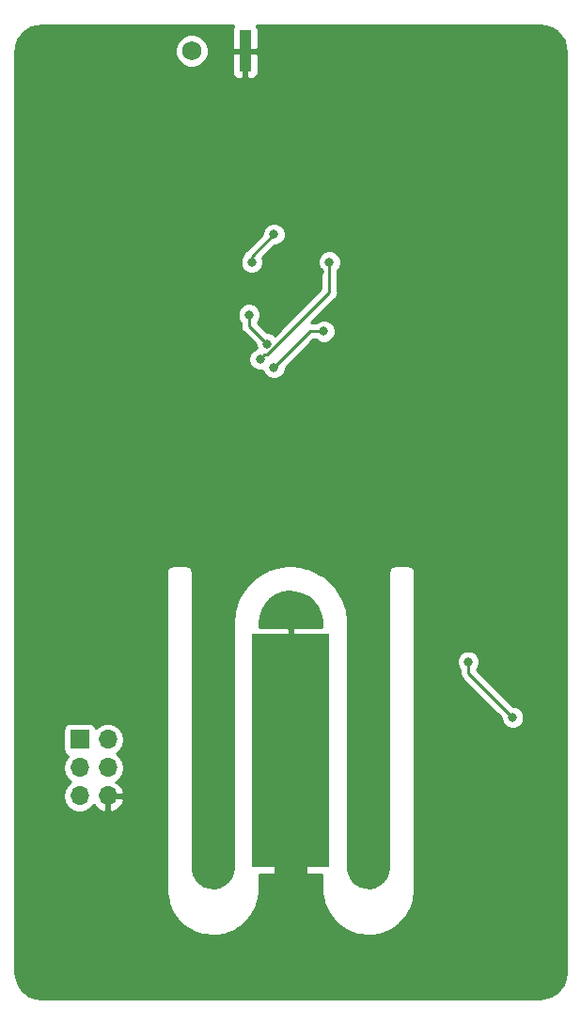
<source format=gbr>
G04 #@! TF.GenerationSoftware,KiCad,Pcbnew,(5.0.0-rc2-dev-668-g07e7340a9)*
G04 #@! TF.CreationDate,2018-12-11T18:12:05-05:00*
G04 #@! TF.ProjectId,BalancingBusinessCardLights,42616C616E63696E67427573696E6573,rev?*
G04 #@! TF.SameCoordinates,Original*
G04 #@! TF.FileFunction,Copper,L2,Bot,Signal*
G04 #@! TF.FilePolarity,Positive*
%FSLAX46Y46*%
G04 Gerber Fmt 4.6, Leading zero omitted, Abs format (unit mm)*
G04 Created by KiCad (PCBNEW (5.0.0-rc2-dev-668-g07e7340a9)) date 12/11/18 18:12:05*
%MOMM*%
%LPD*%
G01*
G04 APERTURE LIST*
%ADD10R,7.000000X21.000000*%
%ADD11O,1.700000X1.700000*%
%ADD12R,1.700000X1.700000*%
%ADD13C,1.750000*%
%ADD14R,1.100000X3.750000*%
%ADD15C,0.800000*%
%ADD16C,0.250000*%
%ADD17C,3.000000*%
%ADD18C,0.254000*%
G04 APERTURE END LIST*
D10*
X205500000Y-116000000D03*
D11*
X189040000Y-120080000D03*
X186500000Y-120080000D03*
X189040000Y-117540000D03*
X186500000Y-117540000D03*
X189040000Y-115000000D03*
D12*
X186500000Y-115000000D03*
D13*
X196600000Y-53000000D03*
D14*
X201400000Y-53000000D03*
D15*
X225500000Y-113000000D03*
X221500000Y-108000000D03*
X206500000Y-75000000D03*
X204500000Y-75000000D03*
X205500000Y-76000000D03*
X205500000Y-74000000D03*
X223500000Y-106250000D03*
X219000000Y-114000000D03*
X219000000Y-116000000D03*
X219000000Y-118000000D03*
X221000000Y-116000000D03*
X221000000Y-118000000D03*
X221000000Y-114000000D03*
X225000000Y-118000000D03*
X225000000Y-116000000D03*
X223000000Y-116000000D03*
X223000000Y-118000000D03*
X223000000Y-114000000D03*
X227000000Y-116000000D03*
X227000000Y-118000000D03*
X203500000Y-78000000D03*
X208157706Y-72921497D03*
X190000000Y-130000000D03*
X185500000Y-136000000D03*
X183225010Y-134500000D03*
X228500000Y-55500000D03*
X228500000Y-60500000D03*
X228500000Y-65500000D03*
X228500000Y-70500000D03*
X228500000Y-75500000D03*
X228500000Y-80500000D03*
X228500000Y-85500000D03*
X228500000Y-90500000D03*
X228500000Y-95500000D03*
X199000228Y-79500229D03*
X201750229Y-76750229D03*
X203362340Y-79362340D03*
X204000000Y-81500000D03*
X208500000Y-78250000D03*
X209000000Y-72000000D03*
X202750000Y-80750000D03*
X204000000Y-69500000D03*
X202012672Y-72012647D03*
D16*
X225500000Y-113000000D02*
X221500000Y-109000000D01*
X221500000Y-109000000D02*
X221500000Y-108000000D01*
D17*
X205500000Y-116000000D02*
X205500000Y-129500000D01*
D16*
X201750229Y-77750229D02*
X202962341Y-78962341D01*
X202962341Y-78962341D02*
X203362340Y-79362340D01*
X201750229Y-76750229D02*
X201750229Y-77750229D01*
X204000000Y-81500000D02*
X207250000Y-78250000D01*
X207250000Y-78250000D02*
X208500000Y-78250000D01*
X203149999Y-80350001D02*
X203399999Y-80350001D01*
X202750000Y-80750000D02*
X203149999Y-80350001D01*
X209000000Y-74750000D02*
X209000000Y-72000000D01*
X203399999Y-80350001D02*
X209000000Y-74750000D01*
X202012672Y-71487328D02*
X202012672Y-72012647D01*
X204000000Y-69500000D02*
X202012672Y-71487328D01*
D18*
G36*
X200311673Y-50765301D02*
X200215000Y-50998690D01*
X200215000Y-52714250D01*
X200373750Y-52873000D01*
X201273000Y-52873000D01*
X201273000Y-52853000D01*
X201527000Y-52853000D01*
X201527000Y-52873000D01*
X202426250Y-52873000D01*
X202585000Y-52714250D01*
X202585000Y-50998690D01*
X202488327Y-50765301D01*
X202433026Y-50710000D01*
X227958753Y-50710000D01*
X228525708Y-50776100D01*
X229023212Y-50956685D01*
X229465835Y-51246881D01*
X229829823Y-51631116D01*
X230095658Y-52088784D01*
X230251892Y-52604629D01*
X230290001Y-53031629D01*
X230290000Y-135958752D01*
X230223900Y-136525708D01*
X230043315Y-137023212D01*
X229753118Y-137465834D01*
X229368884Y-137829823D01*
X228911216Y-138095658D01*
X228395371Y-138251892D01*
X227968382Y-138290000D01*
X183041248Y-138290000D01*
X182474292Y-138223900D01*
X181976788Y-138043315D01*
X181534166Y-137753118D01*
X181170177Y-137368884D01*
X180904342Y-136911216D01*
X180748108Y-136395371D01*
X180710000Y-135968382D01*
X180710000Y-117540000D01*
X184985908Y-117540000D01*
X185101161Y-118119418D01*
X185429375Y-118610625D01*
X185727761Y-118810000D01*
X185429375Y-119009375D01*
X185101161Y-119500582D01*
X184985908Y-120080000D01*
X185101161Y-120659418D01*
X185429375Y-121150625D01*
X185920582Y-121478839D01*
X186353744Y-121565000D01*
X186646256Y-121565000D01*
X187079418Y-121478839D01*
X187570625Y-121150625D01*
X187771353Y-120850214D01*
X188158642Y-121275183D01*
X188683108Y-121521486D01*
X188913000Y-121400819D01*
X188913000Y-120207000D01*
X189167000Y-120207000D01*
X189167000Y-121400819D01*
X189396892Y-121521486D01*
X189921358Y-121275183D01*
X190311645Y-120846924D01*
X190481476Y-120436890D01*
X190360155Y-120207000D01*
X189167000Y-120207000D01*
X188913000Y-120207000D01*
X188893000Y-120207000D01*
X188893000Y-119953000D01*
X188913000Y-119953000D01*
X188913000Y-119933000D01*
X189167000Y-119933000D01*
X189167000Y-119953000D01*
X190360155Y-119953000D01*
X190481476Y-119723110D01*
X190311645Y-119313076D01*
X189921358Y-118884817D01*
X189791522Y-118823843D01*
X190110625Y-118610625D01*
X190438839Y-118119418D01*
X190554092Y-117540000D01*
X190438839Y-116960582D01*
X190110625Y-116469375D01*
X189812239Y-116270000D01*
X190110625Y-116070625D01*
X190438839Y-115579418D01*
X190554092Y-115000000D01*
X190438839Y-114420582D01*
X190110625Y-113929375D01*
X189619418Y-113601161D01*
X189186256Y-113515000D01*
X188893744Y-113515000D01*
X188460582Y-113601161D01*
X187969375Y-113929375D01*
X187957184Y-113947619D01*
X187948157Y-113902235D01*
X187807809Y-113692191D01*
X187597765Y-113551843D01*
X187350000Y-113502560D01*
X185650000Y-113502560D01*
X185402235Y-113551843D01*
X185192191Y-113692191D01*
X185051843Y-113902235D01*
X185002560Y-114150000D01*
X185002560Y-115850000D01*
X185051843Y-116097765D01*
X185192191Y-116307809D01*
X185402235Y-116448157D01*
X185447619Y-116457184D01*
X185429375Y-116469375D01*
X185101161Y-116960582D01*
X184985908Y-117540000D01*
X180710000Y-117540000D01*
X180710000Y-100000000D01*
X194301581Y-100000000D01*
X194315000Y-100067462D01*
X194315001Y-128567462D01*
X194316881Y-128576914D01*
X194320724Y-128714500D01*
X194321865Y-128722832D01*
X194321396Y-128731226D01*
X194329655Y-128807254D01*
X194453129Y-129553097D01*
X194462786Y-129587684D01*
X194468526Y-129623125D01*
X194492918Y-129695606D01*
X194773670Y-130397536D01*
X194790526Y-130429238D01*
X194803745Y-130462625D01*
X194843124Y-130528163D01*
X194843132Y-130528177D01*
X194843137Y-130528183D01*
X195268066Y-131153447D01*
X195291336Y-131180790D01*
X195311416Y-131210559D01*
X195363961Y-131266124D01*
X195913248Y-131785558D01*
X195941848Y-131807267D01*
X195967851Y-131832029D01*
X196031102Y-131875015D01*
X196679118Y-132264381D01*
X196711708Y-132279440D01*
X196742424Y-132298042D01*
X196813422Y-132326439D01*
X196813432Y-132326443D01*
X196813438Y-132326444D01*
X197529939Y-132567574D01*
X197565006Y-132575284D01*
X197598998Y-132586856D01*
X197674428Y-132599343D01*
X197674446Y-132599347D01*
X197674455Y-132599347D01*
X198426021Y-132680993D01*
X198434428Y-132680993D01*
X198442680Y-132682597D01*
X198519125Y-132684733D01*
X198714500Y-132679276D01*
X198722832Y-132678135D01*
X198731226Y-132678604D01*
X198807254Y-132670345D01*
X199553097Y-132546871D01*
X199587684Y-132537214D01*
X199623125Y-132531474D01*
X199695606Y-132507082D01*
X200397536Y-132226330D01*
X200429238Y-132209474D01*
X200462625Y-132196255D01*
X200528163Y-132156876D01*
X200528177Y-132156868D01*
X200528183Y-132156863D01*
X201153447Y-131731934D01*
X201180790Y-131708664D01*
X201210559Y-131688584D01*
X201266124Y-131636039D01*
X201785558Y-131086752D01*
X201807267Y-131058152D01*
X201832029Y-131032149D01*
X201875015Y-130968898D01*
X202264381Y-130320882D01*
X202279440Y-130288292D01*
X202298042Y-130257576D01*
X202326439Y-130186578D01*
X202326443Y-130186568D01*
X202326444Y-130186562D01*
X202567574Y-129470061D01*
X202575284Y-129434994D01*
X202586856Y-129401002D01*
X202599343Y-129325572D01*
X202599347Y-129325554D01*
X202599347Y-129325545D01*
X202677731Y-128604005D01*
X202685000Y-128567462D01*
X202685000Y-127135000D01*
X205214250Y-127135000D01*
X205373000Y-126976250D01*
X205373000Y-116127000D01*
X205353000Y-116127000D01*
X205353000Y-115873000D01*
X205373000Y-115873000D01*
X205373000Y-105023750D01*
X205214250Y-104865000D01*
X202685000Y-104865000D01*
X202685000Y-104537095D01*
X202754603Y-103896386D01*
X202948264Y-103320936D01*
X203260977Y-102800491D01*
X203678153Y-102359339D01*
X204180328Y-102018061D01*
X204744074Y-101792579D01*
X205343089Y-101693413D01*
X205949421Y-101725189D01*
X206534788Y-101886427D01*
X207071874Y-102169600D01*
X207535623Y-102561498D01*
X207904404Y-103043843D01*
X208161002Y-103594120D01*
X208297400Y-104204327D01*
X208315001Y-104519152D01*
X208315001Y-104865000D01*
X205785750Y-104865000D01*
X205627000Y-105023750D01*
X205627000Y-115873000D01*
X205647000Y-115873000D01*
X205647000Y-116127000D01*
X205627000Y-116127000D01*
X205627000Y-126976250D01*
X205785750Y-127135000D01*
X208315000Y-127135000D01*
X208315000Y-128567461D01*
X208316881Y-128576919D01*
X208320724Y-128714500D01*
X208321865Y-128722832D01*
X208321396Y-128731226D01*
X208329655Y-128807254D01*
X208453129Y-129553097D01*
X208462786Y-129587684D01*
X208468526Y-129623125D01*
X208492918Y-129695606D01*
X208773670Y-130397536D01*
X208790526Y-130429238D01*
X208803745Y-130462625D01*
X208843124Y-130528163D01*
X208843132Y-130528177D01*
X208843137Y-130528183D01*
X209268066Y-131153447D01*
X209291336Y-131180790D01*
X209311416Y-131210559D01*
X209363961Y-131266124D01*
X209913248Y-131785558D01*
X209941848Y-131807267D01*
X209967851Y-131832029D01*
X210031102Y-131875015D01*
X210679118Y-132264381D01*
X210711708Y-132279440D01*
X210742424Y-132298042D01*
X210813422Y-132326439D01*
X210813432Y-132326443D01*
X210813438Y-132326444D01*
X211529939Y-132567574D01*
X211565006Y-132575284D01*
X211598998Y-132586856D01*
X211674428Y-132599343D01*
X211674446Y-132599347D01*
X211674455Y-132599347D01*
X212426021Y-132680993D01*
X212434428Y-132680993D01*
X212442680Y-132682597D01*
X212519125Y-132684733D01*
X212714500Y-132679276D01*
X212722832Y-132678135D01*
X212731226Y-132678604D01*
X212807254Y-132670345D01*
X213553097Y-132546871D01*
X213587684Y-132537214D01*
X213623125Y-132531474D01*
X213695606Y-132507082D01*
X214397536Y-132226330D01*
X214429238Y-132209474D01*
X214462625Y-132196255D01*
X214528163Y-132156876D01*
X214528177Y-132156868D01*
X214528183Y-132156863D01*
X215153447Y-131731934D01*
X215180790Y-131708664D01*
X215210559Y-131688584D01*
X215266124Y-131636039D01*
X215785558Y-131086752D01*
X215807267Y-131058152D01*
X215832029Y-131032149D01*
X215875015Y-130968898D01*
X216264381Y-130320882D01*
X216279440Y-130288292D01*
X216298042Y-130257576D01*
X216326439Y-130186578D01*
X216326443Y-130186568D01*
X216326444Y-130186562D01*
X216567574Y-129470061D01*
X216575284Y-129434994D01*
X216586856Y-129401002D01*
X216599343Y-129325572D01*
X216599347Y-129325554D01*
X216599347Y-129325545D01*
X216677731Y-128604005D01*
X216685000Y-128567462D01*
X216685000Y-107794126D01*
X220465000Y-107794126D01*
X220465000Y-108205874D01*
X220622569Y-108586280D01*
X220740000Y-108703711D01*
X220740000Y-108925152D01*
X220725112Y-109000000D01*
X220740000Y-109074847D01*
X220740000Y-109074851D01*
X220784096Y-109296536D01*
X220952071Y-109547929D01*
X221015530Y-109590331D01*
X224465000Y-113039802D01*
X224465000Y-113205874D01*
X224622569Y-113586280D01*
X224913720Y-113877431D01*
X225294126Y-114035000D01*
X225705874Y-114035000D01*
X226086280Y-113877431D01*
X226377431Y-113586280D01*
X226535000Y-113205874D01*
X226535000Y-112794126D01*
X226377431Y-112413720D01*
X226086280Y-112122569D01*
X225705874Y-111965000D01*
X225539802Y-111965000D01*
X222269256Y-108694455D01*
X222377431Y-108586280D01*
X222535000Y-108205874D01*
X222535000Y-107794126D01*
X222377431Y-107413720D01*
X222086280Y-107122569D01*
X221705874Y-106965000D01*
X221294126Y-106965000D01*
X220913720Y-107122569D01*
X220622569Y-107413720D01*
X220465000Y-107794126D01*
X216685000Y-107794126D01*
X216685000Y-100067462D01*
X216698419Y-100000000D01*
X216645255Y-99732727D01*
X216493857Y-99506143D01*
X216267273Y-99354745D01*
X216067462Y-99315000D01*
X216067461Y-99315000D01*
X216000000Y-99301581D01*
X215932538Y-99315000D01*
X215067462Y-99315000D01*
X215000000Y-99301581D01*
X214932539Y-99315000D01*
X214932538Y-99315000D01*
X214732727Y-99354745D01*
X214506143Y-99506143D01*
X214354745Y-99732727D01*
X214301581Y-100000000D01*
X214315001Y-100067467D01*
X214315000Y-126456900D01*
X214252705Y-126950019D01*
X214085726Y-127371761D01*
X213819109Y-127738727D01*
X213469610Y-128027857D01*
X213059184Y-128220989D01*
X212613620Y-128305985D01*
X212160925Y-128277504D01*
X211729528Y-128137335D01*
X211346546Y-127894287D01*
X211036039Y-127563630D01*
X210817517Y-127166141D01*
X210699295Y-126705698D01*
X210685000Y-126478479D01*
X210685000Y-104432538D01*
X210683354Y-104424264D01*
X210679424Y-104263441D01*
X210678530Y-104255996D01*
X210678896Y-104248505D01*
X210672539Y-104181883D01*
X210549882Y-103335935D01*
X210542374Y-103305135D01*
X210537905Y-103273736D01*
X210519065Y-103209519D01*
X210238656Y-102402027D01*
X210225456Y-102373196D01*
X210215133Y-102343215D01*
X210184491Y-102283719D01*
X210184491Y-102283718D01*
X210184488Y-102283714D01*
X209756448Y-101543820D01*
X209738039Y-101518010D01*
X209722229Y-101490517D01*
X209680899Y-101437902D01*
X209680889Y-101437888D01*
X209680883Y-101437883D01*
X209120656Y-100792278D01*
X209097697Y-100770415D01*
X209076975Y-100746408D01*
X209026428Y-100702546D01*
X208354221Y-100174520D01*
X208327543Y-100157393D01*
X208302653Y-100137736D01*
X208244734Y-100104230D01*
X208244725Y-100104224D01*
X208244721Y-100104222D01*
X207484798Y-99712837D01*
X207455359Y-99701062D01*
X207427206Y-99686469D01*
X207363985Y-99664515D01*
X206543759Y-99423887D01*
X206512625Y-99417892D01*
X206482220Y-99408885D01*
X206416013Y-99399287D01*
X206415989Y-99399282D01*
X206415978Y-99399282D01*
X205565059Y-99318097D01*
X205557567Y-99318097D01*
X205550169Y-99316839D01*
X205483266Y-99315204D01*
X205263441Y-99320576D01*
X205255996Y-99321470D01*
X205248505Y-99321104D01*
X205181883Y-99327461D01*
X204335935Y-99450118D01*
X204305135Y-99457626D01*
X204273736Y-99462095D01*
X204209519Y-99480935D01*
X203402027Y-99761344D01*
X203373196Y-99774544D01*
X203343215Y-99784867D01*
X203283727Y-99815505D01*
X203283718Y-99815509D01*
X203283717Y-99815510D01*
X202543820Y-100243552D01*
X202518010Y-100261961D01*
X202490517Y-100277771D01*
X202437902Y-100319101D01*
X202437888Y-100319111D01*
X202437883Y-100319117D01*
X201792278Y-100879344D01*
X201770415Y-100902303D01*
X201746408Y-100923025D01*
X201702546Y-100973572D01*
X201174520Y-101645779D01*
X201157393Y-101672457D01*
X201137736Y-101697347D01*
X201104230Y-101755266D01*
X201104224Y-101755275D01*
X201104224Y-101755276D01*
X200712837Y-102515202D01*
X200701062Y-102544641D01*
X200686469Y-102572794D01*
X200664515Y-102636015D01*
X200423887Y-103456241D01*
X200417892Y-103487375D01*
X200408885Y-103517780D01*
X200399287Y-103583987D01*
X200399282Y-103584011D01*
X200399282Y-103584022D01*
X200321392Y-104400403D01*
X200315000Y-104432539D01*
X200315001Y-126456893D01*
X200252705Y-126950019D01*
X200085726Y-127371761D01*
X199819109Y-127738727D01*
X199469610Y-128027857D01*
X199059184Y-128220989D01*
X198613620Y-128305985D01*
X198160925Y-128277504D01*
X197729528Y-128137335D01*
X197346546Y-127894287D01*
X197036039Y-127563630D01*
X196817517Y-127166141D01*
X196699295Y-126705698D01*
X196685000Y-126478479D01*
X196685000Y-100067462D01*
X196698419Y-100000000D01*
X196645255Y-99732727D01*
X196493857Y-99506143D01*
X196267273Y-99354745D01*
X196067462Y-99315000D01*
X196000000Y-99301581D01*
X195932539Y-99315000D01*
X195067461Y-99315000D01*
X195000000Y-99301581D01*
X194932538Y-99315000D01*
X194732727Y-99354745D01*
X194506143Y-99506143D01*
X194354745Y-99732727D01*
X194301581Y-100000000D01*
X180710000Y-100000000D01*
X180710000Y-76544355D01*
X200715229Y-76544355D01*
X200715229Y-76956103D01*
X200872798Y-77336509D01*
X200990230Y-77453941D01*
X200990230Y-77675378D01*
X200975341Y-77750229D01*
X200990230Y-77825081D01*
X201034326Y-78046766D01*
X201202301Y-78298158D01*
X201265757Y-78340558D01*
X202327340Y-79402142D01*
X202327340Y-79568214D01*
X202410984Y-79770149D01*
X202163720Y-79872569D01*
X201872569Y-80163720D01*
X201715000Y-80544126D01*
X201715000Y-80955874D01*
X201872569Y-81336280D01*
X202163720Y-81627431D01*
X202544126Y-81785000D01*
X202955874Y-81785000D01*
X202991639Y-81770186D01*
X203122569Y-82086280D01*
X203413720Y-82377431D01*
X203794126Y-82535000D01*
X204205874Y-82535000D01*
X204586280Y-82377431D01*
X204877431Y-82086280D01*
X205035000Y-81705874D01*
X205035000Y-81539801D01*
X207564802Y-79010000D01*
X207796289Y-79010000D01*
X207913720Y-79127431D01*
X208294126Y-79285000D01*
X208705874Y-79285000D01*
X209086280Y-79127431D01*
X209377431Y-78836280D01*
X209535000Y-78455874D01*
X209535000Y-78044126D01*
X209377431Y-77663720D01*
X209086280Y-77372569D01*
X208705874Y-77215000D01*
X208294126Y-77215000D01*
X207913720Y-77372569D01*
X207796289Y-77490000D01*
X207334802Y-77490000D01*
X209484476Y-75340327D01*
X209547929Y-75297929D01*
X209590327Y-75234476D01*
X209590329Y-75234474D01*
X209715903Y-75046538D01*
X209715904Y-75046537D01*
X209760000Y-74824852D01*
X209760000Y-74824848D01*
X209774888Y-74750001D01*
X209760000Y-74675154D01*
X209760000Y-72703711D01*
X209877431Y-72586280D01*
X210035000Y-72205874D01*
X210035000Y-71794126D01*
X209877431Y-71413720D01*
X209586280Y-71122569D01*
X209205874Y-70965000D01*
X208794126Y-70965000D01*
X208413720Y-71122569D01*
X208122569Y-71413720D01*
X207965000Y-71794126D01*
X207965000Y-72205874D01*
X208122569Y-72586280D01*
X208240001Y-72703712D01*
X208240000Y-74435197D01*
X204069455Y-78605744D01*
X203948620Y-78484909D01*
X203568214Y-78327340D01*
X203402142Y-78327340D01*
X202519485Y-77444684D01*
X202627660Y-77336509D01*
X202785229Y-76956103D01*
X202785229Y-76544355D01*
X202627660Y-76163949D01*
X202336509Y-75872798D01*
X201956103Y-75715229D01*
X201544355Y-75715229D01*
X201163949Y-75872798D01*
X200872798Y-76163949D01*
X200715229Y-76544355D01*
X180710000Y-76544355D01*
X180710000Y-71806773D01*
X200977672Y-71806773D01*
X200977672Y-72218521D01*
X201135241Y-72598927D01*
X201426392Y-72890078D01*
X201806798Y-73047647D01*
X202218546Y-73047647D01*
X202598952Y-72890078D01*
X202890103Y-72598927D01*
X203047672Y-72218521D01*
X203047672Y-71806773D01*
X202965766Y-71609035D01*
X204039802Y-70535000D01*
X204205874Y-70535000D01*
X204586280Y-70377431D01*
X204877431Y-70086280D01*
X205035000Y-69705874D01*
X205035000Y-69294126D01*
X204877431Y-68913720D01*
X204586280Y-68622569D01*
X204205874Y-68465000D01*
X203794126Y-68465000D01*
X203413720Y-68622569D01*
X203122569Y-68913720D01*
X202965000Y-69294126D01*
X202965000Y-69460198D01*
X201528202Y-70896997D01*
X201464743Y-70939399D01*
X201296768Y-71190792D01*
X201278382Y-71283226D01*
X201135241Y-71426367D01*
X200977672Y-71806773D01*
X180710000Y-71806773D01*
X180710000Y-53041247D01*
X180749826Y-52699642D01*
X195090000Y-52699642D01*
X195090000Y-53300358D01*
X195319884Y-53855346D01*
X195744654Y-54280116D01*
X196299642Y-54510000D01*
X196900358Y-54510000D01*
X197455346Y-54280116D01*
X197880116Y-53855346D01*
X198110000Y-53300358D01*
X198110000Y-53285750D01*
X200215000Y-53285750D01*
X200215000Y-55001310D01*
X200311673Y-55234699D01*
X200490302Y-55413327D01*
X200723691Y-55510000D01*
X201114250Y-55510000D01*
X201273000Y-55351250D01*
X201273000Y-53127000D01*
X201527000Y-53127000D01*
X201527000Y-55351250D01*
X201685750Y-55510000D01*
X202076309Y-55510000D01*
X202309698Y-55413327D01*
X202488327Y-55234699D01*
X202585000Y-55001310D01*
X202585000Y-53285750D01*
X202426250Y-53127000D01*
X201527000Y-53127000D01*
X201273000Y-53127000D01*
X200373750Y-53127000D01*
X200215000Y-53285750D01*
X198110000Y-53285750D01*
X198110000Y-52699642D01*
X197880116Y-52144654D01*
X197455346Y-51719884D01*
X196900358Y-51490000D01*
X196299642Y-51490000D01*
X195744654Y-51719884D01*
X195319884Y-52144654D01*
X195090000Y-52699642D01*
X180749826Y-52699642D01*
X180776100Y-52474292D01*
X180956685Y-51976788D01*
X181246881Y-51534165D01*
X181631116Y-51170177D01*
X182088784Y-50904342D01*
X182604629Y-50748108D01*
X183031618Y-50710000D01*
X200366974Y-50710000D01*
X200311673Y-50765301D01*
X200311673Y-50765301D01*
G37*
X200311673Y-50765301D02*
X200215000Y-50998690D01*
X200215000Y-52714250D01*
X200373750Y-52873000D01*
X201273000Y-52873000D01*
X201273000Y-52853000D01*
X201527000Y-52853000D01*
X201527000Y-52873000D01*
X202426250Y-52873000D01*
X202585000Y-52714250D01*
X202585000Y-50998690D01*
X202488327Y-50765301D01*
X202433026Y-50710000D01*
X227958753Y-50710000D01*
X228525708Y-50776100D01*
X229023212Y-50956685D01*
X229465835Y-51246881D01*
X229829823Y-51631116D01*
X230095658Y-52088784D01*
X230251892Y-52604629D01*
X230290001Y-53031629D01*
X230290000Y-135958752D01*
X230223900Y-136525708D01*
X230043315Y-137023212D01*
X229753118Y-137465834D01*
X229368884Y-137829823D01*
X228911216Y-138095658D01*
X228395371Y-138251892D01*
X227968382Y-138290000D01*
X183041248Y-138290000D01*
X182474292Y-138223900D01*
X181976788Y-138043315D01*
X181534166Y-137753118D01*
X181170177Y-137368884D01*
X180904342Y-136911216D01*
X180748108Y-136395371D01*
X180710000Y-135968382D01*
X180710000Y-117540000D01*
X184985908Y-117540000D01*
X185101161Y-118119418D01*
X185429375Y-118610625D01*
X185727761Y-118810000D01*
X185429375Y-119009375D01*
X185101161Y-119500582D01*
X184985908Y-120080000D01*
X185101161Y-120659418D01*
X185429375Y-121150625D01*
X185920582Y-121478839D01*
X186353744Y-121565000D01*
X186646256Y-121565000D01*
X187079418Y-121478839D01*
X187570625Y-121150625D01*
X187771353Y-120850214D01*
X188158642Y-121275183D01*
X188683108Y-121521486D01*
X188913000Y-121400819D01*
X188913000Y-120207000D01*
X189167000Y-120207000D01*
X189167000Y-121400819D01*
X189396892Y-121521486D01*
X189921358Y-121275183D01*
X190311645Y-120846924D01*
X190481476Y-120436890D01*
X190360155Y-120207000D01*
X189167000Y-120207000D01*
X188913000Y-120207000D01*
X188893000Y-120207000D01*
X188893000Y-119953000D01*
X188913000Y-119953000D01*
X188913000Y-119933000D01*
X189167000Y-119933000D01*
X189167000Y-119953000D01*
X190360155Y-119953000D01*
X190481476Y-119723110D01*
X190311645Y-119313076D01*
X189921358Y-118884817D01*
X189791522Y-118823843D01*
X190110625Y-118610625D01*
X190438839Y-118119418D01*
X190554092Y-117540000D01*
X190438839Y-116960582D01*
X190110625Y-116469375D01*
X189812239Y-116270000D01*
X190110625Y-116070625D01*
X190438839Y-115579418D01*
X190554092Y-115000000D01*
X190438839Y-114420582D01*
X190110625Y-113929375D01*
X189619418Y-113601161D01*
X189186256Y-113515000D01*
X188893744Y-113515000D01*
X188460582Y-113601161D01*
X187969375Y-113929375D01*
X187957184Y-113947619D01*
X187948157Y-113902235D01*
X187807809Y-113692191D01*
X187597765Y-113551843D01*
X187350000Y-113502560D01*
X185650000Y-113502560D01*
X185402235Y-113551843D01*
X185192191Y-113692191D01*
X185051843Y-113902235D01*
X185002560Y-114150000D01*
X185002560Y-115850000D01*
X185051843Y-116097765D01*
X185192191Y-116307809D01*
X185402235Y-116448157D01*
X185447619Y-116457184D01*
X185429375Y-116469375D01*
X185101161Y-116960582D01*
X184985908Y-117540000D01*
X180710000Y-117540000D01*
X180710000Y-100000000D01*
X194301581Y-100000000D01*
X194315000Y-100067462D01*
X194315001Y-128567462D01*
X194316881Y-128576914D01*
X194320724Y-128714500D01*
X194321865Y-128722832D01*
X194321396Y-128731226D01*
X194329655Y-128807254D01*
X194453129Y-129553097D01*
X194462786Y-129587684D01*
X194468526Y-129623125D01*
X194492918Y-129695606D01*
X194773670Y-130397536D01*
X194790526Y-130429238D01*
X194803745Y-130462625D01*
X194843124Y-130528163D01*
X194843132Y-130528177D01*
X194843137Y-130528183D01*
X195268066Y-131153447D01*
X195291336Y-131180790D01*
X195311416Y-131210559D01*
X195363961Y-131266124D01*
X195913248Y-131785558D01*
X195941848Y-131807267D01*
X195967851Y-131832029D01*
X196031102Y-131875015D01*
X196679118Y-132264381D01*
X196711708Y-132279440D01*
X196742424Y-132298042D01*
X196813422Y-132326439D01*
X196813432Y-132326443D01*
X196813438Y-132326444D01*
X197529939Y-132567574D01*
X197565006Y-132575284D01*
X197598998Y-132586856D01*
X197674428Y-132599343D01*
X197674446Y-132599347D01*
X197674455Y-132599347D01*
X198426021Y-132680993D01*
X198434428Y-132680993D01*
X198442680Y-132682597D01*
X198519125Y-132684733D01*
X198714500Y-132679276D01*
X198722832Y-132678135D01*
X198731226Y-132678604D01*
X198807254Y-132670345D01*
X199553097Y-132546871D01*
X199587684Y-132537214D01*
X199623125Y-132531474D01*
X199695606Y-132507082D01*
X200397536Y-132226330D01*
X200429238Y-132209474D01*
X200462625Y-132196255D01*
X200528163Y-132156876D01*
X200528177Y-132156868D01*
X200528183Y-132156863D01*
X201153447Y-131731934D01*
X201180790Y-131708664D01*
X201210559Y-131688584D01*
X201266124Y-131636039D01*
X201785558Y-131086752D01*
X201807267Y-131058152D01*
X201832029Y-131032149D01*
X201875015Y-130968898D01*
X202264381Y-130320882D01*
X202279440Y-130288292D01*
X202298042Y-130257576D01*
X202326439Y-130186578D01*
X202326443Y-130186568D01*
X202326444Y-130186562D01*
X202567574Y-129470061D01*
X202575284Y-129434994D01*
X202586856Y-129401002D01*
X202599343Y-129325572D01*
X202599347Y-129325554D01*
X202599347Y-129325545D01*
X202677731Y-128604005D01*
X202685000Y-128567462D01*
X202685000Y-127135000D01*
X205214250Y-127135000D01*
X205373000Y-126976250D01*
X205373000Y-116127000D01*
X205353000Y-116127000D01*
X205353000Y-115873000D01*
X205373000Y-115873000D01*
X205373000Y-105023750D01*
X205214250Y-104865000D01*
X202685000Y-104865000D01*
X202685000Y-104537095D01*
X202754603Y-103896386D01*
X202948264Y-103320936D01*
X203260977Y-102800491D01*
X203678153Y-102359339D01*
X204180328Y-102018061D01*
X204744074Y-101792579D01*
X205343089Y-101693413D01*
X205949421Y-101725189D01*
X206534788Y-101886427D01*
X207071874Y-102169600D01*
X207535623Y-102561498D01*
X207904404Y-103043843D01*
X208161002Y-103594120D01*
X208297400Y-104204327D01*
X208315001Y-104519152D01*
X208315001Y-104865000D01*
X205785750Y-104865000D01*
X205627000Y-105023750D01*
X205627000Y-115873000D01*
X205647000Y-115873000D01*
X205647000Y-116127000D01*
X205627000Y-116127000D01*
X205627000Y-126976250D01*
X205785750Y-127135000D01*
X208315000Y-127135000D01*
X208315000Y-128567461D01*
X208316881Y-128576919D01*
X208320724Y-128714500D01*
X208321865Y-128722832D01*
X208321396Y-128731226D01*
X208329655Y-128807254D01*
X208453129Y-129553097D01*
X208462786Y-129587684D01*
X208468526Y-129623125D01*
X208492918Y-129695606D01*
X208773670Y-130397536D01*
X208790526Y-130429238D01*
X208803745Y-130462625D01*
X208843124Y-130528163D01*
X208843132Y-130528177D01*
X208843137Y-130528183D01*
X209268066Y-131153447D01*
X209291336Y-131180790D01*
X209311416Y-131210559D01*
X209363961Y-131266124D01*
X209913248Y-131785558D01*
X209941848Y-131807267D01*
X209967851Y-131832029D01*
X210031102Y-131875015D01*
X210679118Y-132264381D01*
X210711708Y-132279440D01*
X210742424Y-132298042D01*
X210813422Y-132326439D01*
X210813432Y-132326443D01*
X210813438Y-132326444D01*
X211529939Y-132567574D01*
X211565006Y-132575284D01*
X211598998Y-132586856D01*
X211674428Y-132599343D01*
X211674446Y-132599347D01*
X211674455Y-132599347D01*
X212426021Y-132680993D01*
X212434428Y-132680993D01*
X212442680Y-132682597D01*
X212519125Y-132684733D01*
X212714500Y-132679276D01*
X212722832Y-132678135D01*
X212731226Y-132678604D01*
X212807254Y-132670345D01*
X213553097Y-132546871D01*
X213587684Y-132537214D01*
X213623125Y-132531474D01*
X213695606Y-132507082D01*
X214397536Y-132226330D01*
X214429238Y-132209474D01*
X214462625Y-132196255D01*
X214528163Y-132156876D01*
X214528177Y-132156868D01*
X214528183Y-132156863D01*
X215153447Y-131731934D01*
X215180790Y-131708664D01*
X215210559Y-131688584D01*
X215266124Y-131636039D01*
X215785558Y-131086752D01*
X215807267Y-131058152D01*
X215832029Y-131032149D01*
X215875015Y-130968898D01*
X216264381Y-130320882D01*
X216279440Y-130288292D01*
X216298042Y-130257576D01*
X216326439Y-130186578D01*
X216326443Y-130186568D01*
X216326444Y-130186562D01*
X216567574Y-129470061D01*
X216575284Y-129434994D01*
X216586856Y-129401002D01*
X216599343Y-129325572D01*
X216599347Y-129325554D01*
X216599347Y-129325545D01*
X216677731Y-128604005D01*
X216685000Y-128567462D01*
X216685000Y-107794126D01*
X220465000Y-107794126D01*
X220465000Y-108205874D01*
X220622569Y-108586280D01*
X220740000Y-108703711D01*
X220740000Y-108925152D01*
X220725112Y-109000000D01*
X220740000Y-109074847D01*
X220740000Y-109074851D01*
X220784096Y-109296536D01*
X220952071Y-109547929D01*
X221015530Y-109590331D01*
X224465000Y-113039802D01*
X224465000Y-113205874D01*
X224622569Y-113586280D01*
X224913720Y-113877431D01*
X225294126Y-114035000D01*
X225705874Y-114035000D01*
X226086280Y-113877431D01*
X226377431Y-113586280D01*
X226535000Y-113205874D01*
X226535000Y-112794126D01*
X226377431Y-112413720D01*
X226086280Y-112122569D01*
X225705874Y-111965000D01*
X225539802Y-111965000D01*
X222269256Y-108694455D01*
X222377431Y-108586280D01*
X222535000Y-108205874D01*
X222535000Y-107794126D01*
X222377431Y-107413720D01*
X222086280Y-107122569D01*
X221705874Y-106965000D01*
X221294126Y-106965000D01*
X220913720Y-107122569D01*
X220622569Y-107413720D01*
X220465000Y-107794126D01*
X216685000Y-107794126D01*
X216685000Y-100067462D01*
X216698419Y-100000000D01*
X216645255Y-99732727D01*
X216493857Y-99506143D01*
X216267273Y-99354745D01*
X216067462Y-99315000D01*
X216067461Y-99315000D01*
X216000000Y-99301581D01*
X215932538Y-99315000D01*
X215067462Y-99315000D01*
X215000000Y-99301581D01*
X214932539Y-99315000D01*
X214932538Y-99315000D01*
X214732727Y-99354745D01*
X214506143Y-99506143D01*
X214354745Y-99732727D01*
X214301581Y-100000000D01*
X214315001Y-100067467D01*
X214315000Y-126456900D01*
X214252705Y-126950019D01*
X214085726Y-127371761D01*
X213819109Y-127738727D01*
X213469610Y-128027857D01*
X213059184Y-128220989D01*
X212613620Y-128305985D01*
X212160925Y-128277504D01*
X211729528Y-128137335D01*
X211346546Y-127894287D01*
X211036039Y-127563630D01*
X210817517Y-127166141D01*
X210699295Y-126705698D01*
X210685000Y-126478479D01*
X210685000Y-104432538D01*
X210683354Y-104424264D01*
X210679424Y-104263441D01*
X210678530Y-104255996D01*
X210678896Y-104248505D01*
X210672539Y-104181883D01*
X210549882Y-103335935D01*
X210542374Y-103305135D01*
X210537905Y-103273736D01*
X210519065Y-103209519D01*
X210238656Y-102402027D01*
X210225456Y-102373196D01*
X210215133Y-102343215D01*
X210184491Y-102283719D01*
X210184491Y-102283718D01*
X210184488Y-102283714D01*
X209756448Y-101543820D01*
X209738039Y-101518010D01*
X209722229Y-101490517D01*
X209680899Y-101437902D01*
X209680889Y-101437888D01*
X209680883Y-101437883D01*
X209120656Y-100792278D01*
X209097697Y-100770415D01*
X209076975Y-100746408D01*
X209026428Y-100702546D01*
X208354221Y-100174520D01*
X208327543Y-100157393D01*
X208302653Y-100137736D01*
X208244734Y-100104230D01*
X208244725Y-100104224D01*
X208244721Y-100104222D01*
X207484798Y-99712837D01*
X207455359Y-99701062D01*
X207427206Y-99686469D01*
X207363985Y-99664515D01*
X206543759Y-99423887D01*
X206512625Y-99417892D01*
X206482220Y-99408885D01*
X206416013Y-99399287D01*
X206415989Y-99399282D01*
X206415978Y-99399282D01*
X205565059Y-99318097D01*
X205557567Y-99318097D01*
X205550169Y-99316839D01*
X205483266Y-99315204D01*
X205263441Y-99320576D01*
X205255996Y-99321470D01*
X205248505Y-99321104D01*
X205181883Y-99327461D01*
X204335935Y-99450118D01*
X204305135Y-99457626D01*
X204273736Y-99462095D01*
X204209519Y-99480935D01*
X203402027Y-99761344D01*
X203373196Y-99774544D01*
X203343215Y-99784867D01*
X203283727Y-99815505D01*
X203283718Y-99815509D01*
X203283717Y-99815510D01*
X202543820Y-100243552D01*
X202518010Y-100261961D01*
X202490517Y-100277771D01*
X202437902Y-100319101D01*
X202437888Y-100319111D01*
X202437883Y-100319117D01*
X201792278Y-100879344D01*
X201770415Y-100902303D01*
X201746408Y-100923025D01*
X201702546Y-100973572D01*
X201174520Y-101645779D01*
X201157393Y-101672457D01*
X201137736Y-101697347D01*
X201104230Y-101755266D01*
X201104224Y-101755275D01*
X201104224Y-101755276D01*
X200712837Y-102515202D01*
X200701062Y-102544641D01*
X200686469Y-102572794D01*
X200664515Y-102636015D01*
X200423887Y-103456241D01*
X200417892Y-103487375D01*
X200408885Y-103517780D01*
X200399287Y-103583987D01*
X200399282Y-103584011D01*
X200399282Y-103584022D01*
X200321392Y-104400403D01*
X200315000Y-104432539D01*
X200315001Y-126456893D01*
X200252705Y-126950019D01*
X200085726Y-127371761D01*
X199819109Y-127738727D01*
X199469610Y-128027857D01*
X199059184Y-128220989D01*
X198613620Y-128305985D01*
X198160925Y-128277504D01*
X197729528Y-128137335D01*
X197346546Y-127894287D01*
X197036039Y-127563630D01*
X196817517Y-127166141D01*
X196699295Y-126705698D01*
X196685000Y-126478479D01*
X196685000Y-100067462D01*
X196698419Y-100000000D01*
X196645255Y-99732727D01*
X196493857Y-99506143D01*
X196267273Y-99354745D01*
X196067462Y-99315000D01*
X196000000Y-99301581D01*
X195932539Y-99315000D01*
X195067461Y-99315000D01*
X195000000Y-99301581D01*
X194932538Y-99315000D01*
X194732727Y-99354745D01*
X194506143Y-99506143D01*
X194354745Y-99732727D01*
X194301581Y-100000000D01*
X180710000Y-100000000D01*
X180710000Y-76544355D01*
X200715229Y-76544355D01*
X200715229Y-76956103D01*
X200872798Y-77336509D01*
X200990230Y-77453941D01*
X200990230Y-77675378D01*
X200975341Y-77750229D01*
X200990230Y-77825081D01*
X201034326Y-78046766D01*
X201202301Y-78298158D01*
X201265757Y-78340558D01*
X202327340Y-79402142D01*
X202327340Y-79568214D01*
X202410984Y-79770149D01*
X202163720Y-79872569D01*
X201872569Y-80163720D01*
X201715000Y-80544126D01*
X201715000Y-80955874D01*
X201872569Y-81336280D01*
X202163720Y-81627431D01*
X202544126Y-81785000D01*
X202955874Y-81785000D01*
X202991639Y-81770186D01*
X203122569Y-82086280D01*
X203413720Y-82377431D01*
X203794126Y-82535000D01*
X204205874Y-82535000D01*
X204586280Y-82377431D01*
X204877431Y-82086280D01*
X205035000Y-81705874D01*
X205035000Y-81539801D01*
X207564802Y-79010000D01*
X207796289Y-79010000D01*
X207913720Y-79127431D01*
X208294126Y-79285000D01*
X208705874Y-79285000D01*
X209086280Y-79127431D01*
X209377431Y-78836280D01*
X209535000Y-78455874D01*
X209535000Y-78044126D01*
X209377431Y-77663720D01*
X209086280Y-77372569D01*
X208705874Y-77215000D01*
X208294126Y-77215000D01*
X207913720Y-77372569D01*
X207796289Y-77490000D01*
X207334802Y-77490000D01*
X209484476Y-75340327D01*
X209547929Y-75297929D01*
X209590327Y-75234476D01*
X209590329Y-75234474D01*
X209715903Y-75046538D01*
X209715904Y-75046537D01*
X209760000Y-74824852D01*
X209760000Y-74824848D01*
X209774888Y-74750001D01*
X209760000Y-74675154D01*
X209760000Y-72703711D01*
X209877431Y-72586280D01*
X210035000Y-72205874D01*
X210035000Y-71794126D01*
X209877431Y-71413720D01*
X209586280Y-71122569D01*
X209205874Y-70965000D01*
X208794126Y-70965000D01*
X208413720Y-71122569D01*
X208122569Y-71413720D01*
X207965000Y-71794126D01*
X207965000Y-72205874D01*
X208122569Y-72586280D01*
X208240001Y-72703712D01*
X208240000Y-74435197D01*
X204069455Y-78605744D01*
X203948620Y-78484909D01*
X203568214Y-78327340D01*
X203402142Y-78327340D01*
X202519485Y-77444684D01*
X202627660Y-77336509D01*
X202785229Y-76956103D01*
X202785229Y-76544355D01*
X202627660Y-76163949D01*
X202336509Y-75872798D01*
X201956103Y-75715229D01*
X201544355Y-75715229D01*
X201163949Y-75872798D01*
X200872798Y-76163949D01*
X200715229Y-76544355D01*
X180710000Y-76544355D01*
X180710000Y-71806773D01*
X200977672Y-71806773D01*
X200977672Y-72218521D01*
X201135241Y-72598927D01*
X201426392Y-72890078D01*
X201806798Y-73047647D01*
X202218546Y-73047647D01*
X202598952Y-72890078D01*
X202890103Y-72598927D01*
X203047672Y-72218521D01*
X203047672Y-71806773D01*
X202965766Y-71609035D01*
X204039802Y-70535000D01*
X204205874Y-70535000D01*
X204586280Y-70377431D01*
X204877431Y-70086280D01*
X205035000Y-69705874D01*
X205035000Y-69294126D01*
X204877431Y-68913720D01*
X204586280Y-68622569D01*
X204205874Y-68465000D01*
X203794126Y-68465000D01*
X203413720Y-68622569D01*
X203122569Y-68913720D01*
X202965000Y-69294126D01*
X202965000Y-69460198D01*
X201528202Y-70896997D01*
X201464743Y-70939399D01*
X201296768Y-71190792D01*
X201278382Y-71283226D01*
X201135241Y-71426367D01*
X200977672Y-71806773D01*
X180710000Y-71806773D01*
X180710000Y-53041247D01*
X180749826Y-52699642D01*
X195090000Y-52699642D01*
X195090000Y-53300358D01*
X195319884Y-53855346D01*
X195744654Y-54280116D01*
X196299642Y-54510000D01*
X196900358Y-54510000D01*
X197455346Y-54280116D01*
X197880116Y-53855346D01*
X198110000Y-53300358D01*
X198110000Y-53285750D01*
X200215000Y-53285750D01*
X200215000Y-55001310D01*
X200311673Y-55234699D01*
X200490302Y-55413327D01*
X200723691Y-55510000D01*
X201114250Y-55510000D01*
X201273000Y-55351250D01*
X201273000Y-53127000D01*
X201527000Y-53127000D01*
X201527000Y-55351250D01*
X201685750Y-55510000D01*
X202076309Y-55510000D01*
X202309698Y-55413327D01*
X202488327Y-55234699D01*
X202585000Y-55001310D01*
X202585000Y-53285750D01*
X202426250Y-53127000D01*
X201527000Y-53127000D01*
X201273000Y-53127000D01*
X200373750Y-53127000D01*
X200215000Y-53285750D01*
X198110000Y-53285750D01*
X198110000Y-52699642D01*
X197880116Y-52144654D01*
X197455346Y-51719884D01*
X196900358Y-51490000D01*
X196299642Y-51490000D01*
X195744654Y-51719884D01*
X195319884Y-52144654D01*
X195090000Y-52699642D01*
X180749826Y-52699642D01*
X180776100Y-52474292D01*
X180956685Y-51976788D01*
X181246881Y-51534165D01*
X181631116Y-51170177D01*
X182088784Y-50904342D01*
X182604629Y-50748108D01*
X183031618Y-50710000D01*
X200366974Y-50710000D01*
X200311673Y-50765301D01*
M02*

</source>
